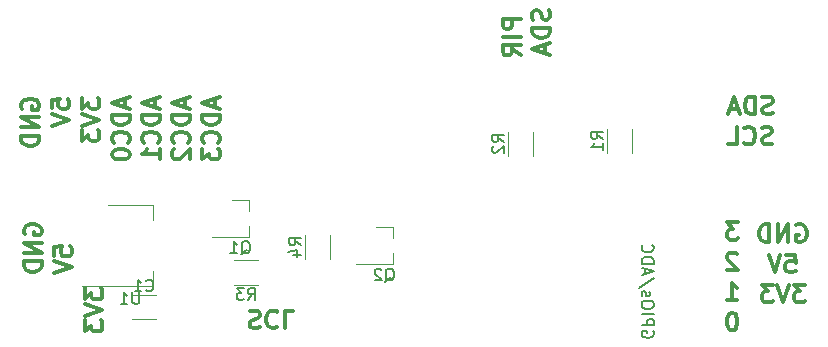
<source format=gbr>
G04 #@! TF.FileFunction,Legend,Bot*
%FSLAX46Y46*%
G04 Gerber Fmt 4.6, Leading zero omitted, Abs format (unit mm)*
G04 Created by KiCad (PCBNEW 4.0.7) date 04/05/18 15:18:43*
%MOMM*%
%LPD*%
G01*
G04 APERTURE LIST*
%ADD10C,0.100000*%
%ADD11C,0.300000*%
%ADD12C,0.150000*%
%ADD13C,0.120000*%
G04 APERTURE END LIST*
D10*
D11*
X157121428Y-89132143D02*
X156907142Y-89203571D01*
X156549999Y-89203571D01*
X156407142Y-89132143D01*
X156335713Y-89060714D01*
X156264285Y-88917857D01*
X156264285Y-88775000D01*
X156335713Y-88632143D01*
X156407142Y-88560714D01*
X156549999Y-88489286D01*
X156835713Y-88417857D01*
X156978571Y-88346429D01*
X157049999Y-88275000D01*
X157121428Y-88132143D01*
X157121428Y-87989286D01*
X157049999Y-87846429D01*
X156978571Y-87775000D01*
X156835713Y-87703571D01*
X156478571Y-87703571D01*
X156264285Y-87775000D01*
X155621428Y-89203571D02*
X155621428Y-87703571D01*
X155264285Y-87703571D01*
X155050000Y-87775000D01*
X154907142Y-87917857D01*
X154835714Y-88060714D01*
X154764285Y-88346429D01*
X154764285Y-88560714D01*
X154835714Y-88846429D01*
X154907142Y-88989286D01*
X155050000Y-89132143D01*
X155264285Y-89203571D01*
X155621428Y-89203571D01*
X154192857Y-88775000D02*
X153478571Y-88775000D01*
X154335714Y-89203571D02*
X153835714Y-87703571D01*
X153335714Y-89203571D01*
X157085714Y-91682143D02*
X156871428Y-91753571D01*
X156514285Y-91753571D01*
X156371428Y-91682143D01*
X156299999Y-91610714D01*
X156228571Y-91467857D01*
X156228571Y-91325000D01*
X156299999Y-91182143D01*
X156371428Y-91110714D01*
X156514285Y-91039286D01*
X156799999Y-90967857D01*
X156942857Y-90896429D01*
X157014285Y-90825000D01*
X157085714Y-90682143D01*
X157085714Y-90539286D01*
X157014285Y-90396429D01*
X156942857Y-90325000D01*
X156799999Y-90253571D01*
X156442857Y-90253571D01*
X156228571Y-90325000D01*
X154728571Y-91610714D02*
X154800000Y-91682143D01*
X155014286Y-91753571D01*
X155157143Y-91753571D01*
X155371428Y-91682143D01*
X155514286Y-91539286D01*
X155585714Y-91396429D01*
X155657143Y-91110714D01*
X155657143Y-90896429D01*
X155585714Y-90610714D01*
X155514286Y-90467857D01*
X155371428Y-90325000D01*
X155157143Y-90253571D01*
X155014286Y-90253571D01*
X154800000Y-90325000D01*
X154728571Y-90396429D01*
X153371428Y-91753571D02*
X154085714Y-91753571D01*
X154085714Y-90253571D01*
D12*
X147000000Y-107557142D02*
X147047619Y-107652380D01*
X147047619Y-107795237D01*
X147000000Y-107938095D01*
X146904762Y-108033333D01*
X146809524Y-108080952D01*
X146619048Y-108128571D01*
X146476190Y-108128571D01*
X146285714Y-108080952D01*
X146190476Y-108033333D01*
X146095238Y-107938095D01*
X146047619Y-107795237D01*
X146047619Y-107699999D01*
X146095238Y-107557142D01*
X146142857Y-107509523D01*
X146476190Y-107509523D01*
X146476190Y-107699999D01*
X146047619Y-107080952D02*
X147047619Y-107080952D01*
X147047619Y-106699999D01*
X147000000Y-106604761D01*
X146952381Y-106557142D01*
X146857143Y-106509523D01*
X146714286Y-106509523D01*
X146619048Y-106557142D01*
X146571429Y-106604761D01*
X146523810Y-106699999D01*
X146523810Y-107080952D01*
X146047619Y-106080952D02*
X147047619Y-106080952D01*
X147047619Y-105414286D02*
X147047619Y-105223809D01*
X147000000Y-105128571D01*
X146904762Y-105033333D01*
X146714286Y-104985714D01*
X146380952Y-104985714D01*
X146190476Y-105033333D01*
X146095238Y-105128571D01*
X146047619Y-105223809D01*
X146047619Y-105414286D01*
X146095238Y-105509524D01*
X146190476Y-105604762D01*
X146380952Y-105652381D01*
X146714286Y-105652381D01*
X146904762Y-105604762D01*
X147000000Y-105509524D01*
X147047619Y-105414286D01*
X146095238Y-104604762D02*
X146047619Y-104509524D01*
X146047619Y-104319048D01*
X146095238Y-104223809D01*
X146190476Y-104176190D01*
X146238095Y-104176190D01*
X146333333Y-104223809D01*
X146380952Y-104319048D01*
X146380952Y-104461905D01*
X146428571Y-104557143D01*
X146523810Y-104604762D01*
X146571429Y-104604762D01*
X146666667Y-104557143D01*
X146714286Y-104461905D01*
X146714286Y-104319048D01*
X146666667Y-104223809D01*
X147095238Y-103033333D02*
X145809524Y-103890476D01*
X146333333Y-102747619D02*
X146333333Y-102271428D01*
X146047619Y-102842857D02*
X147047619Y-102509524D01*
X146047619Y-102176190D01*
X146047619Y-101842857D02*
X147047619Y-101842857D01*
X147047619Y-101604762D01*
X147000000Y-101461904D01*
X146904762Y-101366666D01*
X146809524Y-101319047D01*
X146619048Y-101271428D01*
X146476190Y-101271428D01*
X146285714Y-101319047D01*
X146190476Y-101366666D01*
X146095238Y-101461904D01*
X146047619Y-101604762D01*
X146047619Y-101842857D01*
X146142857Y-100271428D02*
X146095238Y-100319047D01*
X146047619Y-100461904D01*
X146047619Y-100557142D01*
X146095238Y-100700000D01*
X146190476Y-100795238D01*
X146285714Y-100842857D01*
X146476190Y-100890476D01*
X146619048Y-100890476D01*
X146809524Y-100842857D01*
X146904762Y-100795238D01*
X147000000Y-100700000D01*
X147047619Y-100557142D01*
X147047619Y-100461904D01*
X147000000Y-100319047D01*
X146952381Y-100271428D01*
D11*
X154199999Y-98353571D02*
X153271428Y-98353571D01*
X153771428Y-98925000D01*
X153557142Y-98925000D01*
X153414285Y-98996429D01*
X153342856Y-99067857D01*
X153271428Y-99210714D01*
X153271428Y-99567857D01*
X153342856Y-99710714D01*
X153414285Y-99782143D01*
X153557142Y-99853571D01*
X153985714Y-99853571D01*
X154128571Y-99782143D01*
X154199999Y-99710714D01*
X154128571Y-101046429D02*
X154057142Y-100975000D01*
X153914285Y-100903571D01*
X153557142Y-100903571D01*
X153414285Y-100975000D01*
X153342856Y-101046429D01*
X153271428Y-101189286D01*
X153271428Y-101332143D01*
X153342856Y-101546429D01*
X154199999Y-102403571D01*
X153271428Y-102403571D01*
X153271428Y-104953571D02*
X154128571Y-104953571D01*
X153699999Y-104953571D02*
X153699999Y-103453571D01*
X153842856Y-103667857D01*
X153985714Y-103810714D01*
X154128571Y-103882143D01*
X153771428Y-106003571D02*
X153628571Y-106003571D01*
X153485714Y-106075000D01*
X153414285Y-106146429D01*
X153342856Y-106289286D01*
X153271428Y-106575000D01*
X153271428Y-106932143D01*
X153342856Y-107217857D01*
X153414285Y-107360714D01*
X153485714Y-107432143D01*
X153628571Y-107503571D01*
X153771428Y-107503571D01*
X153914285Y-107432143D01*
X153985714Y-107360714D01*
X154057142Y-107217857D01*
X154128571Y-106932143D01*
X154128571Y-106575000D01*
X154057142Y-106289286D01*
X153985714Y-106146429D01*
X153914285Y-106075000D01*
X153771428Y-106003571D01*
X159142857Y-98600000D02*
X159285714Y-98528571D01*
X159500000Y-98528571D01*
X159714285Y-98600000D01*
X159857143Y-98742857D01*
X159928571Y-98885714D01*
X160000000Y-99171429D01*
X160000000Y-99385714D01*
X159928571Y-99671429D01*
X159857143Y-99814286D01*
X159714285Y-99957143D01*
X159500000Y-100028571D01*
X159357143Y-100028571D01*
X159142857Y-99957143D01*
X159071428Y-99885714D01*
X159071428Y-99385714D01*
X159357143Y-99385714D01*
X158428571Y-100028571D02*
X158428571Y-98528571D01*
X157571428Y-100028571D01*
X157571428Y-98528571D01*
X156857142Y-100028571D02*
X156857142Y-98528571D01*
X156499999Y-98528571D01*
X156285714Y-98600000D01*
X156142856Y-98742857D01*
X156071428Y-98885714D01*
X155999999Y-99171429D01*
X155999999Y-99385714D01*
X156071428Y-99671429D01*
X156142856Y-99814286D01*
X156285714Y-99957143D01*
X156499999Y-100028571D01*
X156857142Y-100028571D01*
X158285713Y-101078571D02*
X158999999Y-101078571D01*
X159071428Y-101792857D01*
X158999999Y-101721429D01*
X158857142Y-101650000D01*
X158499999Y-101650000D01*
X158357142Y-101721429D01*
X158285713Y-101792857D01*
X158214285Y-101935714D01*
X158214285Y-102292857D01*
X158285713Y-102435714D01*
X158357142Y-102507143D01*
X158499999Y-102578571D01*
X158857142Y-102578571D01*
X158999999Y-102507143D01*
X159071428Y-102435714D01*
X157785714Y-101078571D02*
X157285714Y-102578571D01*
X156785714Y-101078571D01*
X159857142Y-103628571D02*
X158928571Y-103628571D01*
X159428571Y-104200000D01*
X159214285Y-104200000D01*
X159071428Y-104271429D01*
X158999999Y-104342857D01*
X158928571Y-104485714D01*
X158928571Y-104842857D01*
X158999999Y-104985714D01*
X159071428Y-105057143D01*
X159214285Y-105128571D01*
X159642857Y-105128571D01*
X159785714Y-105057143D01*
X159857142Y-104985714D01*
X158500000Y-103628571D02*
X158000000Y-105128571D01*
X157500000Y-103628571D01*
X157142857Y-103628571D02*
X156214286Y-103628571D01*
X156714286Y-104200000D01*
X156500000Y-104200000D01*
X156357143Y-104271429D01*
X156285714Y-104342857D01*
X156214286Y-104485714D01*
X156214286Y-104842857D01*
X156285714Y-104985714D01*
X156357143Y-105057143D01*
X156500000Y-105128571D01*
X156928572Y-105128571D01*
X157071429Y-105057143D01*
X157142857Y-104985714D01*
X98878571Y-103942858D02*
X98878571Y-104871429D01*
X99450000Y-104371429D01*
X99450000Y-104585715D01*
X99521429Y-104728572D01*
X99592857Y-104800001D01*
X99735714Y-104871429D01*
X100092857Y-104871429D01*
X100235714Y-104800001D01*
X100307143Y-104728572D01*
X100378571Y-104585715D01*
X100378571Y-104157143D01*
X100307143Y-104014286D01*
X100235714Y-103942858D01*
X98878571Y-105300000D02*
X100378571Y-105800000D01*
X98878571Y-106300000D01*
X98878571Y-106657143D02*
X98878571Y-107585714D01*
X99450000Y-107085714D01*
X99450000Y-107300000D01*
X99521429Y-107442857D01*
X99592857Y-107514286D01*
X99735714Y-107585714D01*
X100092857Y-107585714D01*
X100235714Y-107514286D01*
X100307143Y-107442857D01*
X100378571Y-107300000D01*
X100378571Y-106871428D01*
X100307143Y-106728571D01*
X100235714Y-106657143D01*
X93800000Y-99371428D02*
X93728571Y-99228571D01*
X93728571Y-99014285D01*
X93800000Y-98800000D01*
X93942857Y-98657142D01*
X94085714Y-98585714D01*
X94371429Y-98514285D01*
X94585714Y-98514285D01*
X94871429Y-98585714D01*
X95014286Y-98657142D01*
X95157143Y-98800000D01*
X95228571Y-99014285D01*
X95228571Y-99157142D01*
X95157143Y-99371428D01*
X95085714Y-99442857D01*
X94585714Y-99442857D01*
X94585714Y-99157142D01*
X95228571Y-100085714D02*
X93728571Y-100085714D01*
X95228571Y-100942857D01*
X93728571Y-100942857D01*
X95228571Y-101657143D02*
X93728571Y-101657143D01*
X93728571Y-102014286D01*
X93800000Y-102228571D01*
X93942857Y-102371429D01*
X94085714Y-102442857D01*
X94371429Y-102514286D01*
X94585714Y-102514286D01*
X94871429Y-102442857D01*
X95014286Y-102371429D01*
X95157143Y-102228571D01*
X95228571Y-102014286D01*
X95228571Y-101657143D01*
X96278571Y-101157144D02*
X96278571Y-100442858D01*
X96992857Y-100371429D01*
X96921429Y-100442858D01*
X96850000Y-100585715D01*
X96850000Y-100942858D01*
X96921429Y-101085715D01*
X96992857Y-101157144D01*
X97135714Y-101228572D01*
X97492857Y-101228572D01*
X97635714Y-101157144D01*
X97707143Y-101085715D01*
X97778571Y-100942858D01*
X97778571Y-100585715D01*
X97707143Y-100442858D01*
X97635714Y-100371429D01*
X96278571Y-101657143D02*
X97778571Y-102157143D01*
X96278571Y-102657143D01*
X138207143Y-80371429D02*
X138278571Y-80585715D01*
X138278571Y-80942858D01*
X138207143Y-81085715D01*
X138135714Y-81157144D01*
X137992857Y-81228572D01*
X137850000Y-81228572D01*
X137707143Y-81157144D01*
X137635714Y-81085715D01*
X137564286Y-80942858D01*
X137492857Y-80657144D01*
X137421429Y-80514286D01*
X137350000Y-80442858D01*
X137207143Y-80371429D01*
X137064286Y-80371429D01*
X136921429Y-80442858D01*
X136850000Y-80514286D01*
X136778571Y-80657144D01*
X136778571Y-81014286D01*
X136850000Y-81228572D01*
X138278571Y-81871429D02*
X136778571Y-81871429D01*
X136778571Y-82228572D01*
X136850000Y-82442857D01*
X136992857Y-82585715D01*
X137135714Y-82657143D01*
X137421429Y-82728572D01*
X137635714Y-82728572D01*
X137921429Y-82657143D01*
X138064286Y-82585715D01*
X138207143Y-82442857D01*
X138278571Y-82228572D01*
X138278571Y-81871429D01*
X137850000Y-83300000D02*
X137850000Y-84014286D01*
X138278571Y-83157143D02*
X136778571Y-83657143D01*
X138278571Y-84157143D01*
X112842857Y-105892857D02*
X113057143Y-105821429D01*
X113414286Y-105821429D01*
X113557143Y-105892857D01*
X113628572Y-105964286D01*
X113700000Y-106107143D01*
X113700000Y-106250000D01*
X113628572Y-106392857D01*
X113557143Y-106464286D01*
X113414286Y-106535714D01*
X113128572Y-106607143D01*
X112985714Y-106678571D01*
X112914286Y-106750000D01*
X112842857Y-106892857D01*
X112842857Y-107035714D01*
X112914286Y-107178571D01*
X112985714Y-107250000D01*
X113128572Y-107321429D01*
X113485714Y-107321429D01*
X113700000Y-107250000D01*
X115200000Y-105964286D02*
X115128571Y-105892857D01*
X114914285Y-105821429D01*
X114771428Y-105821429D01*
X114557143Y-105892857D01*
X114414285Y-106035714D01*
X114342857Y-106178571D01*
X114271428Y-106464286D01*
X114271428Y-106678571D01*
X114342857Y-106964286D01*
X114414285Y-107107143D01*
X114557143Y-107250000D01*
X114771428Y-107321429D01*
X114914285Y-107321429D01*
X115128571Y-107250000D01*
X115200000Y-107178571D01*
X116557143Y-105821429D02*
X115842857Y-105821429D01*
X115842857Y-107321429D01*
X135778571Y-81142857D02*
X134278571Y-81142857D01*
X134278571Y-81714285D01*
X134350000Y-81857143D01*
X134421429Y-81928571D01*
X134564286Y-82000000D01*
X134778571Y-82000000D01*
X134921429Y-81928571D01*
X134992857Y-81857143D01*
X135064286Y-81714285D01*
X135064286Y-81142857D01*
X135778571Y-82642857D02*
X134278571Y-82642857D01*
X135778571Y-84214286D02*
X135064286Y-83714286D01*
X135778571Y-83357143D02*
X134278571Y-83357143D01*
X134278571Y-83928571D01*
X134350000Y-84071429D01*
X134421429Y-84142857D01*
X134564286Y-84214286D01*
X134778571Y-84214286D01*
X134921429Y-84142857D01*
X134992857Y-84071429D01*
X135064286Y-83928571D01*
X135064286Y-83357143D01*
X93600000Y-88742857D02*
X93528571Y-88600000D01*
X93528571Y-88385714D01*
X93600000Y-88171429D01*
X93742857Y-88028571D01*
X93885714Y-87957143D01*
X94171429Y-87885714D01*
X94385714Y-87885714D01*
X94671429Y-87957143D01*
X94814286Y-88028571D01*
X94957143Y-88171429D01*
X95028571Y-88385714D01*
X95028571Y-88528571D01*
X94957143Y-88742857D01*
X94885714Y-88814286D01*
X94385714Y-88814286D01*
X94385714Y-88528571D01*
X95028571Y-89457143D02*
X93528571Y-89457143D01*
X95028571Y-90314286D01*
X93528571Y-90314286D01*
X95028571Y-91028572D02*
X93528571Y-91028572D01*
X93528571Y-91385715D01*
X93600000Y-91600000D01*
X93742857Y-91742858D01*
X93885714Y-91814286D01*
X94171429Y-91885715D01*
X94385714Y-91885715D01*
X94671429Y-91814286D01*
X94814286Y-91742858D01*
X94957143Y-91600000D01*
X95028571Y-91385715D01*
X95028571Y-91028572D01*
X96078571Y-88671429D02*
X96078571Y-87957143D01*
X96792857Y-87885714D01*
X96721429Y-87957143D01*
X96650000Y-88100000D01*
X96650000Y-88457143D01*
X96721429Y-88600000D01*
X96792857Y-88671429D01*
X96935714Y-88742857D01*
X97292857Y-88742857D01*
X97435714Y-88671429D01*
X97507143Y-88600000D01*
X97578571Y-88457143D01*
X97578571Y-88100000D01*
X97507143Y-87957143D01*
X97435714Y-87885714D01*
X96078571Y-89171428D02*
X97578571Y-89671428D01*
X96078571Y-90171428D01*
X98628571Y-87814286D02*
X98628571Y-88742857D01*
X99200000Y-88242857D01*
X99200000Y-88457143D01*
X99271429Y-88600000D01*
X99342857Y-88671429D01*
X99485714Y-88742857D01*
X99842857Y-88742857D01*
X99985714Y-88671429D01*
X100057143Y-88600000D01*
X100128571Y-88457143D01*
X100128571Y-88028571D01*
X100057143Y-87885714D01*
X99985714Y-87814286D01*
X98628571Y-89171428D02*
X100128571Y-89671428D01*
X98628571Y-90171428D01*
X98628571Y-90528571D02*
X98628571Y-91457142D01*
X99200000Y-90957142D01*
X99200000Y-91171428D01*
X99271429Y-91314285D01*
X99342857Y-91385714D01*
X99485714Y-91457142D01*
X99842857Y-91457142D01*
X99985714Y-91385714D01*
X100057143Y-91314285D01*
X100128571Y-91171428D01*
X100128571Y-90742856D01*
X100057143Y-90599999D01*
X99985714Y-90528571D01*
X102250000Y-87885714D02*
X102250000Y-88600000D01*
X102678571Y-87742857D02*
X101178571Y-88242857D01*
X102678571Y-88742857D01*
X102678571Y-89242857D02*
X101178571Y-89242857D01*
X101178571Y-89600000D01*
X101250000Y-89814285D01*
X101392857Y-89957143D01*
X101535714Y-90028571D01*
X101821429Y-90100000D01*
X102035714Y-90100000D01*
X102321429Y-90028571D01*
X102464286Y-89957143D01*
X102607143Y-89814285D01*
X102678571Y-89600000D01*
X102678571Y-89242857D01*
X102535714Y-91600000D02*
X102607143Y-91528571D01*
X102678571Y-91314285D01*
X102678571Y-91171428D01*
X102607143Y-90957143D01*
X102464286Y-90814285D01*
X102321429Y-90742857D01*
X102035714Y-90671428D01*
X101821429Y-90671428D01*
X101535714Y-90742857D01*
X101392857Y-90814285D01*
X101250000Y-90957143D01*
X101178571Y-91171428D01*
X101178571Y-91314285D01*
X101250000Y-91528571D01*
X101321429Y-91600000D01*
X101178571Y-92528571D02*
X101178571Y-92671428D01*
X101250000Y-92814285D01*
X101321429Y-92885714D01*
X101464286Y-92957143D01*
X101750000Y-93028571D01*
X102107143Y-93028571D01*
X102392857Y-92957143D01*
X102535714Y-92885714D01*
X102607143Y-92814285D01*
X102678571Y-92671428D01*
X102678571Y-92528571D01*
X102607143Y-92385714D01*
X102535714Y-92314285D01*
X102392857Y-92242857D01*
X102107143Y-92171428D01*
X101750000Y-92171428D01*
X101464286Y-92242857D01*
X101321429Y-92314285D01*
X101250000Y-92385714D01*
X101178571Y-92528571D01*
X104800000Y-87885714D02*
X104800000Y-88600000D01*
X105228571Y-87742857D02*
X103728571Y-88242857D01*
X105228571Y-88742857D01*
X105228571Y-89242857D02*
X103728571Y-89242857D01*
X103728571Y-89600000D01*
X103800000Y-89814285D01*
X103942857Y-89957143D01*
X104085714Y-90028571D01*
X104371429Y-90100000D01*
X104585714Y-90100000D01*
X104871429Y-90028571D01*
X105014286Y-89957143D01*
X105157143Y-89814285D01*
X105228571Y-89600000D01*
X105228571Y-89242857D01*
X105085714Y-91600000D02*
X105157143Y-91528571D01*
X105228571Y-91314285D01*
X105228571Y-91171428D01*
X105157143Y-90957143D01*
X105014286Y-90814285D01*
X104871429Y-90742857D01*
X104585714Y-90671428D01*
X104371429Y-90671428D01*
X104085714Y-90742857D01*
X103942857Y-90814285D01*
X103800000Y-90957143D01*
X103728571Y-91171428D01*
X103728571Y-91314285D01*
X103800000Y-91528571D01*
X103871429Y-91600000D01*
X105228571Y-93028571D02*
X105228571Y-92171428D01*
X105228571Y-92600000D02*
X103728571Y-92600000D01*
X103942857Y-92457143D01*
X104085714Y-92314285D01*
X104157143Y-92171428D01*
X107350000Y-87885714D02*
X107350000Y-88600000D01*
X107778571Y-87742857D02*
X106278571Y-88242857D01*
X107778571Y-88742857D01*
X107778571Y-89242857D02*
X106278571Y-89242857D01*
X106278571Y-89600000D01*
X106350000Y-89814285D01*
X106492857Y-89957143D01*
X106635714Y-90028571D01*
X106921429Y-90100000D01*
X107135714Y-90100000D01*
X107421429Y-90028571D01*
X107564286Y-89957143D01*
X107707143Y-89814285D01*
X107778571Y-89600000D01*
X107778571Y-89242857D01*
X107635714Y-91600000D02*
X107707143Y-91528571D01*
X107778571Y-91314285D01*
X107778571Y-91171428D01*
X107707143Y-90957143D01*
X107564286Y-90814285D01*
X107421429Y-90742857D01*
X107135714Y-90671428D01*
X106921429Y-90671428D01*
X106635714Y-90742857D01*
X106492857Y-90814285D01*
X106350000Y-90957143D01*
X106278571Y-91171428D01*
X106278571Y-91314285D01*
X106350000Y-91528571D01*
X106421429Y-91600000D01*
X106421429Y-92171428D02*
X106350000Y-92242857D01*
X106278571Y-92385714D01*
X106278571Y-92742857D01*
X106350000Y-92885714D01*
X106421429Y-92957143D01*
X106564286Y-93028571D01*
X106707143Y-93028571D01*
X106921429Y-92957143D01*
X107778571Y-92100000D01*
X107778571Y-93028571D01*
X109900000Y-87885714D02*
X109900000Y-88600000D01*
X110328571Y-87742857D02*
X108828571Y-88242857D01*
X110328571Y-88742857D01*
X110328571Y-89242857D02*
X108828571Y-89242857D01*
X108828571Y-89600000D01*
X108900000Y-89814285D01*
X109042857Y-89957143D01*
X109185714Y-90028571D01*
X109471429Y-90100000D01*
X109685714Y-90100000D01*
X109971429Y-90028571D01*
X110114286Y-89957143D01*
X110257143Y-89814285D01*
X110328571Y-89600000D01*
X110328571Y-89242857D01*
X110185714Y-91600000D02*
X110257143Y-91528571D01*
X110328571Y-91314285D01*
X110328571Y-91171428D01*
X110257143Y-90957143D01*
X110114286Y-90814285D01*
X109971429Y-90742857D01*
X109685714Y-90671428D01*
X109471429Y-90671428D01*
X109185714Y-90742857D01*
X109042857Y-90814285D01*
X108900000Y-90957143D01*
X108828571Y-91171428D01*
X108828571Y-91314285D01*
X108900000Y-91528571D01*
X108971429Y-91600000D01*
X108828571Y-92100000D02*
X108828571Y-93028571D01*
X109400000Y-92528571D01*
X109400000Y-92742857D01*
X109471429Y-92885714D01*
X109542857Y-92957143D01*
X109685714Y-93028571D01*
X110042857Y-93028571D01*
X110185714Y-92957143D01*
X110257143Y-92885714D01*
X110328571Y-92742857D01*
X110328571Y-92314285D01*
X110257143Y-92171428D01*
X110185714Y-92100000D01*
D13*
X112787000Y-96432000D02*
X112787000Y-97362000D01*
X112787000Y-99592000D02*
X112787000Y-98662000D01*
X112787000Y-99592000D02*
X109627000Y-99592000D01*
X112787000Y-96432000D02*
X111327000Y-96432000D01*
X124987000Y-98732000D02*
X124987000Y-99662000D01*
X124987000Y-101892000D02*
X124987000Y-100962000D01*
X124987000Y-101892000D02*
X121827000Y-101892000D01*
X124987000Y-98732000D02*
X123527000Y-98732000D01*
X104637000Y-96902000D02*
X104637000Y-98162000D01*
X104637000Y-103722000D02*
X104637000Y-102462000D01*
X100877000Y-96902000D02*
X104637000Y-96902000D01*
X98627000Y-103722000D02*
X104637000Y-103722000D01*
X145215000Y-92440000D02*
X145215000Y-90440000D01*
X143075000Y-90440000D02*
X143075000Y-92440000D01*
X136833000Y-92694000D02*
X136833000Y-90694000D01*
X134693000Y-90694000D02*
X134693000Y-92694000D01*
X113527000Y-101542000D02*
X111527000Y-101542000D01*
X111527000Y-103682000D02*
X113527000Y-103682000D01*
X119647360Y-101444300D02*
X119647360Y-99444300D01*
X117507360Y-99444300D02*
X117507360Y-101444300D01*
X102900000Y-104480000D02*
X104900000Y-104480000D01*
X104900000Y-106520000D02*
X102900000Y-106520000D01*
D12*
X112122238Y-101059619D02*
X112217476Y-101012000D01*
X112312714Y-100916762D01*
X112455571Y-100773905D01*
X112550810Y-100726286D01*
X112646048Y-100726286D01*
X112598429Y-100964381D02*
X112693667Y-100916762D01*
X112788905Y-100821524D01*
X112836524Y-100631048D01*
X112836524Y-100297714D01*
X112788905Y-100107238D01*
X112693667Y-100012000D01*
X112598429Y-99964381D01*
X112407952Y-99964381D01*
X112312714Y-100012000D01*
X112217476Y-100107238D01*
X112169857Y-100297714D01*
X112169857Y-100631048D01*
X112217476Y-100821524D01*
X112312714Y-100916762D01*
X112407952Y-100964381D01*
X112598429Y-100964381D01*
X111217476Y-100964381D02*
X111788905Y-100964381D01*
X111503191Y-100964381D02*
X111503191Y-99964381D01*
X111598429Y-100107238D01*
X111693667Y-100202476D01*
X111788905Y-100250095D01*
X124322238Y-103359619D02*
X124417476Y-103312000D01*
X124512714Y-103216762D01*
X124655571Y-103073905D01*
X124750810Y-103026286D01*
X124846048Y-103026286D01*
X124798429Y-103264381D02*
X124893667Y-103216762D01*
X124988905Y-103121524D01*
X125036524Y-102931048D01*
X125036524Y-102597714D01*
X124988905Y-102407238D01*
X124893667Y-102312000D01*
X124798429Y-102264381D01*
X124607952Y-102264381D01*
X124512714Y-102312000D01*
X124417476Y-102407238D01*
X124369857Y-102597714D01*
X124369857Y-102931048D01*
X124417476Y-103121524D01*
X124512714Y-103216762D01*
X124607952Y-103264381D01*
X124798429Y-103264381D01*
X123988905Y-102359619D02*
X123941286Y-102312000D01*
X123846048Y-102264381D01*
X123607952Y-102264381D01*
X123512714Y-102312000D01*
X123465095Y-102359619D01*
X123417476Y-102454857D01*
X123417476Y-102550095D01*
X123465095Y-102692952D01*
X124036524Y-103264381D01*
X123417476Y-103264381D01*
X103488905Y-104264381D02*
X103488905Y-105073905D01*
X103441286Y-105169143D01*
X103393667Y-105216762D01*
X103298429Y-105264381D01*
X103107952Y-105264381D01*
X103012714Y-105216762D01*
X102965095Y-105169143D01*
X102917476Y-105073905D01*
X102917476Y-104264381D01*
X101917476Y-105264381D02*
X102488905Y-105264381D01*
X102203191Y-105264381D02*
X102203191Y-104264381D01*
X102298429Y-104407238D01*
X102393667Y-104502476D01*
X102488905Y-104550095D01*
X142747381Y-91273334D02*
X142271190Y-90940000D01*
X142747381Y-90701905D02*
X141747381Y-90701905D01*
X141747381Y-91082858D01*
X141795000Y-91178096D01*
X141842619Y-91225715D01*
X141937857Y-91273334D01*
X142080714Y-91273334D01*
X142175952Y-91225715D01*
X142223571Y-91178096D01*
X142271190Y-91082858D01*
X142271190Y-90701905D01*
X142747381Y-92225715D02*
X142747381Y-91654286D01*
X142747381Y-91940000D02*
X141747381Y-91940000D01*
X141890238Y-91844762D01*
X141985476Y-91749524D01*
X142033095Y-91654286D01*
X134365381Y-91527334D02*
X133889190Y-91194000D01*
X134365381Y-90955905D02*
X133365381Y-90955905D01*
X133365381Y-91336858D01*
X133413000Y-91432096D01*
X133460619Y-91479715D01*
X133555857Y-91527334D01*
X133698714Y-91527334D01*
X133793952Y-91479715D01*
X133841571Y-91432096D01*
X133889190Y-91336858D01*
X133889190Y-90955905D01*
X133460619Y-91908286D02*
X133413000Y-91955905D01*
X133365381Y-92051143D01*
X133365381Y-92289239D01*
X133413000Y-92384477D01*
X133460619Y-92432096D01*
X133555857Y-92479715D01*
X133651095Y-92479715D01*
X133793952Y-92432096D01*
X134365381Y-91860667D01*
X134365381Y-92479715D01*
X112693666Y-104914381D02*
X113027000Y-104438190D01*
X113265095Y-104914381D02*
X113265095Y-103914381D01*
X112884142Y-103914381D01*
X112788904Y-103962000D01*
X112741285Y-104009619D01*
X112693666Y-104104857D01*
X112693666Y-104247714D01*
X112741285Y-104342952D01*
X112788904Y-104390571D01*
X112884142Y-104438190D01*
X113265095Y-104438190D01*
X112360333Y-103914381D02*
X111741285Y-103914381D01*
X112074619Y-104295333D01*
X111931761Y-104295333D01*
X111836523Y-104342952D01*
X111788904Y-104390571D01*
X111741285Y-104485810D01*
X111741285Y-104723905D01*
X111788904Y-104819143D01*
X111836523Y-104866762D01*
X111931761Y-104914381D01*
X112217476Y-104914381D01*
X112312714Y-104866762D01*
X112360333Y-104819143D01*
X117179741Y-100277634D02*
X116703550Y-99944300D01*
X117179741Y-99706205D02*
X116179741Y-99706205D01*
X116179741Y-100087158D01*
X116227360Y-100182396D01*
X116274979Y-100230015D01*
X116370217Y-100277634D01*
X116513074Y-100277634D01*
X116608312Y-100230015D01*
X116655931Y-100182396D01*
X116703550Y-100087158D01*
X116703550Y-99706205D01*
X116513074Y-101134777D02*
X117179741Y-101134777D01*
X116132122Y-100896681D02*
X116846408Y-100658586D01*
X116846408Y-101277634D01*
X104066666Y-104107143D02*
X104114285Y-104154762D01*
X104257142Y-104202381D01*
X104352380Y-104202381D01*
X104495238Y-104154762D01*
X104590476Y-104059524D01*
X104638095Y-103964286D01*
X104685714Y-103773810D01*
X104685714Y-103630952D01*
X104638095Y-103440476D01*
X104590476Y-103345238D01*
X104495238Y-103250000D01*
X104352380Y-103202381D01*
X104257142Y-103202381D01*
X104114285Y-103250000D01*
X104066666Y-103297619D01*
X103114285Y-104202381D02*
X103685714Y-104202381D01*
X103400000Y-104202381D02*
X103400000Y-103202381D01*
X103495238Y-103345238D01*
X103590476Y-103440476D01*
X103685714Y-103488095D01*
M02*

</source>
